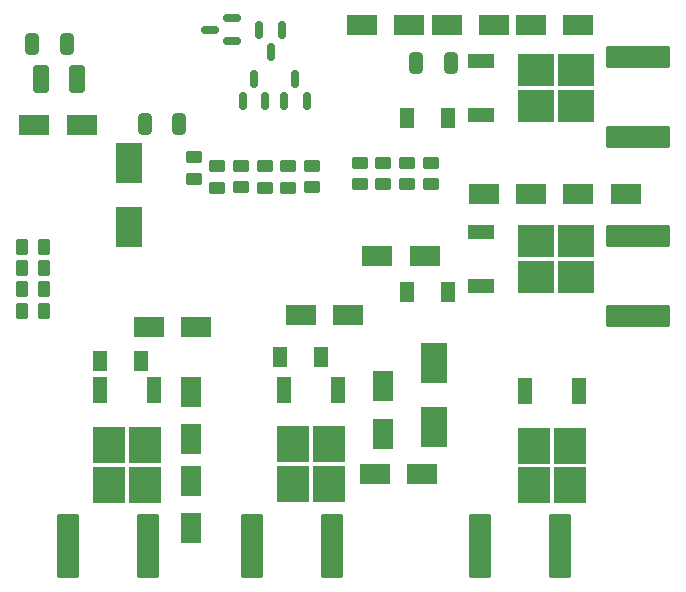
<source format=gbp>
G04 #@! TF.GenerationSoftware,KiCad,Pcbnew,6.0.7+dfsg-1+b1*
G04 #@! TF.CreationDate,2022-09-08T18:59:39+01:00*
G04 #@! TF.ProjectId,owl-driver-board,6f776c2d-6472-4697-9665-722d626f6172,rev?*
G04 #@! TF.SameCoordinates,Original*
G04 #@! TF.FileFunction,Paste,Bot*
G04 #@! TF.FilePolarity,Positive*
%FSLAX46Y46*%
G04 Gerber Fmt 4.6, Leading zero omitted, Abs format (unit mm)*
G04 Created by KiCad (PCBNEW 6.0.7+dfsg-1+b1) date 2022-09-08 18:59:39*
%MOMM*%
%LPD*%
G01*
G04 APERTURE LIST*
G04 Aperture macros list*
%AMRoundRect*
0 Rectangle with rounded corners*
0 $1 Rounding radius*
0 $2 $3 $4 $5 $6 $7 $8 $9 X,Y pos of 4 corners*
0 Add a 4 corners polygon primitive as box body*
4,1,4,$2,$3,$4,$5,$6,$7,$8,$9,$2,$3,0*
0 Add four circle primitives for the rounded corners*
1,1,$1+$1,$2,$3*
1,1,$1+$1,$4,$5*
1,1,$1+$1,$6,$7*
1,1,$1+$1,$8,$9*
0 Add four rect primitives between the rounded corners*
20,1,$1+$1,$2,$3,$4,$5,0*
20,1,$1+$1,$4,$5,$6,$7,0*
20,1,$1+$1,$6,$7,$8,$9,0*
20,1,$1+$1,$8,$9,$2,$3,0*%
G04 Aperture macros list end*
%ADD10R,2.500000X1.800000*%
%ADD11R,1.800000X2.500000*%
%ADD12RoundRect,0.150000X0.587500X0.150000X-0.587500X0.150000X-0.587500X-0.150000X0.587500X-0.150000X0*%
%ADD13RoundRect,0.250000X-0.712500X-2.475000X0.712500X-2.475000X0.712500X2.475000X-0.712500X2.475000X0*%
%ADD14RoundRect,0.250000X-0.450000X0.262500X-0.450000X-0.262500X0.450000X-0.262500X0.450000X0.262500X0*%
%ADD15RoundRect,0.150000X0.150000X-0.587500X0.150000X0.587500X-0.150000X0.587500X-0.150000X-0.587500X0*%
%ADD16R,2.750000X3.050000*%
%ADD17R,1.200000X2.200000*%
%ADD18RoundRect,0.250000X0.325000X0.650000X-0.325000X0.650000X-0.325000X-0.650000X0.325000X-0.650000X0*%
%ADD19R,1.300000X1.700000*%
%ADD20RoundRect,0.250000X0.262500X0.450000X-0.262500X0.450000X-0.262500X-0.450000X0.262500X-0.450000X0*%
%ADD21R,2.300000X3.500000*%
%ADD22R,3.050000X2.750000*%
%ADD23R,2.200000X1.200000*%
%ADD24RoundRect,0.250000X-0.325000X-0.650000X0.325000X-0.650000X0.325000X0.650000X-0.325000X0.650000X0*%
%ADD25RoundRect,0.250000X-2.475000X0.712500X-2.475000X-0.712500X2.475000X-0.712500X2.475000X0.712500X0*%
%ADD26RoundRect,0.250000X0.712500X2.475000X-0.712500X2.475000X-0.712500X-2.475000X0.712500X-2.475000X0*%
%ADD27RoundRect,0.150000X-0.150000X0.587500X-0.150000X-0.587500X0.150000X-0.587500X0.150000X0.587500X0*%
%ADD28RoundRect,0.250000X-0.412500X-0.925000X0.412500X-0.925000X0.412500X0.925000X-0.412500X0.925000X0*%
G04 APERTURE END LIST*
D10*
X51750000Y-8400000D03*
X55750000Y-8400000D03*
D11*
X23000000Y-39500000D03*
X23000000Y-43500000D03*
D12*
X26437500Y-7850000D03*
X26437500Y-9750000D03*
X24562500Y-8800000D03*
D13*
X47412500Y-52500000D03*
X54187500Y-52500000D03*
D14*
X41250000Y-20087500D03*
X41250000Y-21912500D03*
D10*
X44600000Y-8400000D03*
X48600000Y-8400000D03*
D15*
X32750000Y-14837500D03*
X30850000Y-14837500D03*
X31800000Y-12962500D03*
D16*
X34650000Y-43925000D03*
X31600000Y-47275000D03*
X31600000Y-43925000D03*
X34650000Y-47275000D03*
D17*
X30845000Y-39300000D03*
X35405000Y-39300000D03*
D11*
X23000000Y-47000000D03*
X23000000Y-51000000D03*
D14*
X27200000Y-20337500D03*
X27200000Y-22162500D03*
D18*
X21975000Y-16800000D03*
X19025000Y-16800000D03*
D19*
X34000000Y-36500000D03*
X30500000Y-36500000D03*
D20*
X10512500Y-27200000D03*
X8687500Y-27200000D03*
D19*
X41250000Y-31000000D03*
X44750000Y-31000000D03*
D11*
X39250000Y-39000000D03*
X39250000Y-43000000D03*
D19*
X18750000Y-36900000D03*
X15250000Y-36900000D03*
D10*
X36250000Y-33000000D03*
X32250000Y-33000000D03*
D16*
X19075000Y-43975000D03*
X16025000Y-47325000D03*
X16025000Y-43975000D03*
X19075000Y-47325000D03*
D17*
X15270000Y-39350000D03*
X19830000Y-39350000D03*
D20*
X10512500Y-32600000D03*
X8687500Y-32600000D03*
D19*
X41250000Y-16250000D03*
X44750000Y-16250000D03*
D10*
X55750000Y-22750000D03*
X59750000Y-22750000D03*
D14*
X39250000Y-20087500D03*
X39250000Y-21912500D03*
D10*
X47750000Y-22750000D03*
X51750000Y-22750000D03*
D14*
X43250000Y-20087500D03*
X43250000Y-21912500D03*
D10*
X41400000Y-8400000D03*
X37400000Y-8400000D03*
D21*
X43500000Y-37050000D03*
X43500000Y-42450000D03*
D22*
X55525000Y-26725000D03*
X52175000Y-26725000D03*
X52175000Y-29775000D03*
X55525000Y-29775000D03*
D23*
X47550000Y-30530000D03*
X47550000Y-25970000D03*
D20*
X10512500Y-30800000D03*
X8687500Y-30800000D03*
D24*
X12475000Y-10000000D03*
X9525000Y-10000000D03*
D25*
X60800000Y-11112500D03*
X60800000Y-17887500D03*
D14*
X25200000Y-20350000D03*
X25200000Y-22175000D03*
X29200000Y-20350000D03*
X29200000Y-22175000D03*
D26*
X34887500Y-52500000D03*
X28112500Y-52500000D03*
D15*
X29250000Y-14837500D03*
X27350000Y-14837500D03*
X28300000Y-12962500D03*
D14*
X31200000Y-20350000D03*
X31200000Y-22175000D03*
X33200000Y-20337500D03*
X33200000Y-22162500D03*
D16*
X55025000Y-44025000D03*
X51975000Y-44025000D03*
X51975000Y-47375000D03*
X55025000Y-47375000D03*
D17*
X51220000Y-39400000D03*
X55780000Y-39400000D03*
D10*
X42750000Y-28000000D03*
X38750000Y-28000000D03*
X38500000Y-46400000D03*
X42500000Y-46400000D03*
D14*
X37250000Y-20087500D03*
X37250000Y-21912500D03*
D20*
X10512500Y-29000000D03*
X8687500Y-29000000D03*
D14*
X23200000Y-19587500D03*
X23200000Y-21412500D03*
D27*
X28750000Y-8862500D03*
X30650000Y-8862500D03*
X29700000Y-10737500D03*
D10*
X9700000Y-16900000D03*
X13700000Y-16900000D03*
D18*
X44975000Y-11600000D03*
X42025000Y-11600000D03*
D26*
X19287500Y-52500000D03*
X12512500Y-52500000D03*
D22*
X55525000Y-12225000D03*
X52175000Y-12225000D03*
X52175000Y-15275000D03*
X55525000Y-15275000D03*
D23*
X47550000Y-16030000D03*
X47550000Y-11470000D03*
D28*
X13337500Y-13000000D03*
X10262500Y-13000000D03*
D10*
X23375000Y-34000000D03*
X19375000Y-34000000D03*
D21*
X17700000Y-20100000D03*
X17700000Y-25500000D03*
D25*
X60800000Y-26312500D03*
X60800000Y-33087500D03*
M02*

</source>
